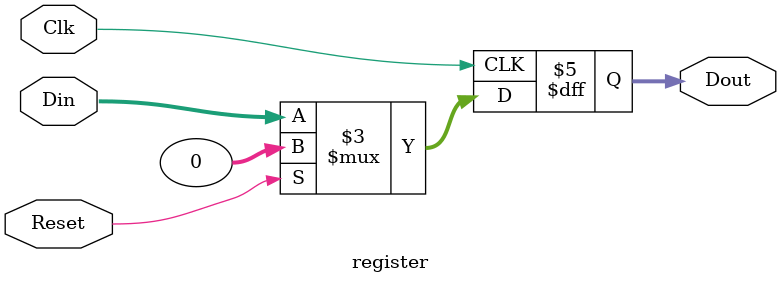
<source format=v>
`timescale 1ns / 1ps

//////////////////////////////////////////////////////////////////////////////////

module register(
    input [31:0] Din,       // Input PC
    input Clk, Reset,       // Input Reset
    output reg [31:0] Dout  // Output PC
);
    
    always @(posedge Clk) begin
        if(Reset) begin
            Dout <= 32'h0;
        end
        else begin
            Dout <= Din;
        end
    end
endmodule

</source>
